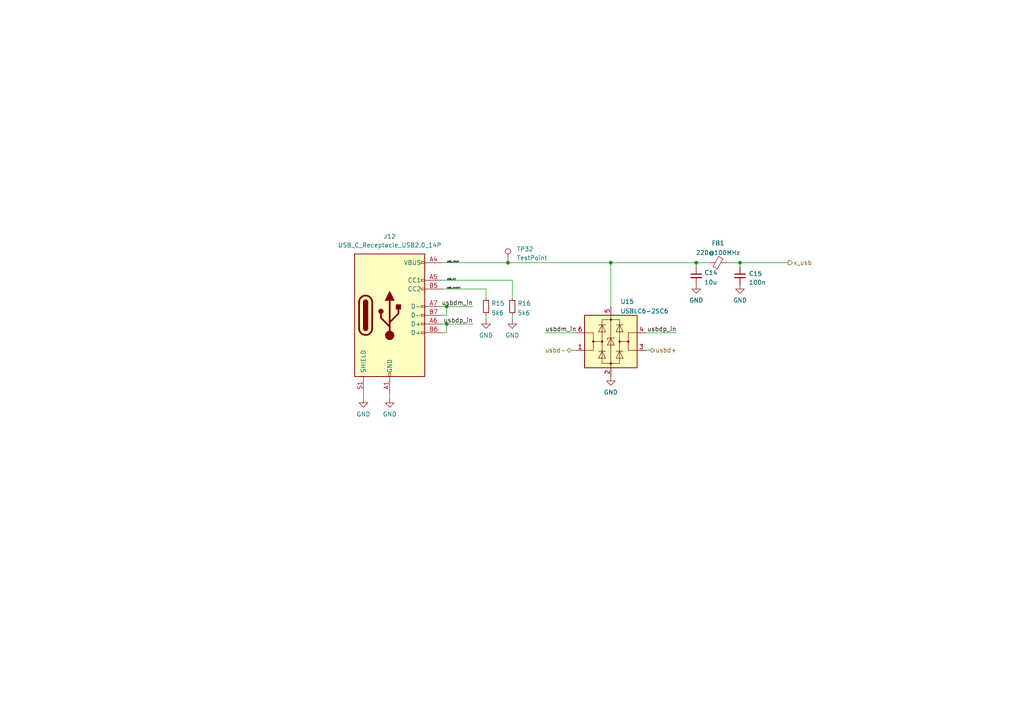
<source format=kicad_sch>
(kicad_sch (version 20231120) (generator "eeschema") (generator_version "8.0")
  (paper "A4")
  (title_block (title "TeleSTERN Rocketry Flight Computer") (date "2023-03-30") (rev "2.2") (company "Space Team Aachen - STAR Dresden - Hochschule Bremen") (comment 1 "Based on Telemega 5.0 by Altusmetrum") (comment 2 "TAPR Open Hardware License"))
  (lib_symbols
    (symbol "Connector:TestPoint" (pin_numbers hide) (pin_names (offset 0.762) hide)
      (property "Reference" "TP" (at 0 6.858 0))
      (property "Value" "TestPoint" (at 0 5.08 0))
      (symbol "TestPoint_0_1"
        (circle (center 0 3.302) (radius 0.762))
      )
      (symbol "TestPoint_1_1"
        (pin passive line (at 0 0 90) (length 2.54) (name "1") (number "1"))
      )
    )
    (symbol "Connector:USB_C_Receptacle_USB2.0_14P" (pin_names (offset 1.016))
      (property "Reference" "J" (at 0 22.225 0))
      (property "Value" "USB_C_Receptacle_USB2.0_14P" (at 0 19.685 0))
      (symbol "USB_C_Receptacle_USB2.0_14P_0_0"
        (rectangle (start -0.254 -17.78) (end 0.254 -16.764))
        (rectangle (start 10.16 -4.826) (end 9.144 -5.334))
        (rectangle (start 10.16 -2.286) (end 9.144 -2.794))
        (rectangle (start 10.16 0.254) (end 9.144 -0.254))
        (rectangle (start 10.16 2.794) (end 9.144 2.286))
        (rectangle (start 10.16 7.874) (end 9.144 7.366))
        (rectangle (start 10.16 10.414) (end 9.144 9.906))
        (rectangle (start 10.16 15.494) (end 9.144 14.986))
      )
      (symbol "USB_C_Receptacle_USB2.0_14P_0_1"
        (rectangle (start -10.16 17.78) (end 10.16 -17.78) (stroke (width 0.254)) (fill (type background)))
        (arc (start -8.89 -3.81) (mid -6.985 -5.7067) (end -5.08 -3.81) (stroke (width 0.508)))
        (arc (start -7.62 -3.81) (mid -6.985 -4.4423) (end -6.35 -3.81) (stroke (width 0.254)))
        (arc (start -7.62 -3.81) (mid -6.985 -4.4423) (end -6.35 -3.81) (stroke (width 0.254)) (fill (type outline)))
        (rectangle (start -7.62 -3.81) (end -6.35 3.81) (stroke (width 0.254)) (fill (type outline)))
        (arc (start -6.35 3.81) (mid -6.985 4.4423) (end -7.62 3.81) (stroke (width 0.254)))
        (arc (start -6.35 3.81) (mid -6.985 4.4423) (end -7.62 3.81) (stroke (width 0.254)) (fill (type outline)))
        (arc (start -5.08 3.81) (mid -6.985 5.7067) (end -8.89 3.81) (stroke (width 0.508)))
        (circle (center -2.54 1.143) (radius 0.635) (stroke (width 0.254)) (fill (type outline)))
        (circle (center 0 -5.842) (radius 1.27) (fill (type outline)))
        (polyline (pts (xy -8.89 -3.81) (xy -8.89 3.81)) (stroke (width 0.508)))
        (polyline (pts (xy -5.08 3.81) (xy -5.08 -3.81)) (stroke (width 0.508)))
        (polyline (pts (xy 0 -5.842) (xy 0 4.318)) (stroke (width 0.508)))
        (polyline (pts (xy 0 -3.302) (xy -2.54 -0.762) (xy -2.54 0.508)) (stroke (width 0.508)))
        (polyline (pts (xy 0 -2.032) (xy 2.54 0.508) (xy 2.54 1.778)) (stroke (width 0.508)))
        (polyline (pts (xy -1.27 4.318) (xy 0 6.858) (xy 1.27 4.318) (xy -1.27 4.318)) (stroke (width 0.254)) (fill (type outline)))
        (rectangle (start 1.905 1.778) (end 3.175 3.048) (stroke (width 0.254)) (fill (type outline)))
      )
      (symbol "USB_C_Receptacle_USB2.0_14P_1_1"
        (pin passive line (at 0 -22.86 90) (length 5.08) (name "GND") (number "A1"))
        (pin passive line (at 0 -22.86 90) (length 5.08) hide (name "GND") (number "A12"))
        (pin passive line (at 15.24 15.24 180) (length 5.08) (name "VBUS") (number "A4"))
        (pin bidirectional line (at 15.24 10.16 180) (length 5.08) (name "CC1") (number "A5"))
        (pin bidirectional line (at 15.24 -2.54 180) (length 5.08) (name "D+") (number "A6"))
        (pin bidirectional line (at 15.24 2.54 180) (length 5.08) (name "D-") (number "A7"))
        (pin passive line (at 15.24 15.24 180) (length 5.08) hide (name "VBUS") (number "A9"))
        (pin passive line (at 0 -22.86 90) (length 5.08) hide (name "GND") (number "B1"))
        (pin passive line (at 0 -22.86 90) (length 5.08) hide (name "GND") (number "B12"))
        (pin passive line (at 15.24 15.24 180) (length 5.08) hide (name "VBUS") (number "B4"))
        (pin bidirectional line (at 15.24 7.62 180) (length 5.08) (name "CC2") (number "B5"))
        (pin bidirectional line (at 15.24 -5.08 180) (length 5.08) (name "D+") (number "B6"))
        (pin bidirectional line (at 15.24 0 180) (length 5.08) (name "D-") (number "B7"))
        (pin passive line (at 15.24 15.24 180) (length 5.08) hide (name "VBUS") (number "B9"))
        (pin passive line (at -7.62 -22.86 90) (length 5.08) (name "SHIELD") (number "S1"))
      )
    )
    (symbol "Device:C_Small" (pin_numbers hide) (pin_names (offset 0.254) hide)
      (property "Reference" "C" (at 0.254 1.778 0))
      (property "Value" "C_Small" (at 0.254 -2.032 0))
      (symbol "C_Small_0_1"
        (polyline (pts (xy -1.524 -0.508) (xy 1.524 -0.508)) (stroke (width 0.3302)))
        (polyline (pts (xy -1.524 0.508) (xy 1.524 0.508)) (stroke (width 0.3048)))
      )
      (symbol "C_Small_1_1"
        (pin passive line (at 0 2.54 270) (length 2.032) (name "~") (number "1"))
        (pin passive line (at 0 -2.54 90) (length 2.032) (name "~") (number "2"))
      )
    )
    (symbol "Device:FerriteBead_Small" (pin_numbers hide) (pin_names (offset 0))
      (property "Reference" "FB" (at 1.905 1.27 0))
      (property "Value" "FerriteBead_Small" (at 1.905 -1.27 0))
      (symbol "FerriteBead_Small_0_1"
        (polyline (pts (xy 0 -1.27) (xy 0 -0.7874)))
        (polyline (pts (xy 0 0.889) (xy 0 1.2954)))
        (polyline (pts (xy -1.8288 0.2794) (xy -1.1176 1.4986) (xy 1.8288 -0.2032) (xy 1.1176 -1.4224) (xy -1.8288 0.2794)))
      )
      (symbol "FerriteBead_Small_1_1"
        (pin passive line (at 0 2.54 270) (length 1.27) (name "~") (number "1"))
        (pin passive line (at 0 -2.54 90) (length 1.27) (name "~") (number "2"))
      )
    )
    (symbol "Device:R_Small" (pin_numbers hide) (pin_names (offset 0.254) hide)
      (property "Reference" "R" (at 0.762 0.508 0))
      (property "Value" "R_Small" (at 0.762 -1.016 0))
      (symbol "R_Small_0_1"
        (rectangle (start -0.762 1.778) (end 0.762 -1.778) (stroke (width 0.2032)))
      )
      (symbol "R_Small_1_1"
        (pin passive line (at 0 2.54 270) (length 0.762) (name "~") (number "1"))
        (pin passive line (at 0 -2.54 90) (length 0.762) (name "~") (number "2"))
      )
    )
    (symbol "Power_Protection:USBLC6-2SC6" (pin_names hide)
      (property "Reference" "U" (at 2.54 8.89 0))
      (property "Value" "USBLC6-2SC6" (at 2.54 -8.89 0))
      (symbol "USBLC6-2SC6_0_1"
        (rectangle (start -7.62 -7.62) (end 7.62 7.62) (stroke (width 0.254)) (fill (type background)))
        (circle (center -5.08 0) (radius 0.254) (fill (type outline)))
        (circle (center -2.54 0) (radius 0.254) (fill (type outline)))
        (rectangle (start -2.54 6.35) (end 2.54 -6.35))
        (circle (center 0 -6.35) (radius 0.254) (fill (type outline)))
        (polyline (pts (xy -5.08 -2.54) (xy -7.62 -2.54)))
        (polyline (pts (xy -5.08 0) (xy -5.08 -2.54)))
        (polyline (pts (xy -5.08 2.54) (xy -7.62 2.54)))
        (polyline (pts (xy -1.524 -2.794) (xy -3.556 -2.794)))
        (polyline (pts (xy -1.524 4.826) (xy -3.556 4.826)))
        (polyline (pts (xy 0 -7.62) (xy 0 -6.35)))
        (polyline (pts (xy 0 -6.35) (xy 0 1.27)))
        (polyline (pts (xy 0 1.27) (xy 0 6.35)))
        (polyline (pts (xy 0 6.35) (xy 0 7.62)))
        (polyline (pts (xy 1.524 -2.794) (xy 3.556 -2.794)))
        (polyline (pts (xy 1.524 4.826) (xy 3.556 4.826)))
        (polyline (pts (xy 5.08 -2.54) (xy 7.62 -2.54)))
        (polyline (pts (xy 5.08 0) (xy 5.08 -2.54)))
        (polyline (pts (xy 5.08 2.54) (xy 7.62 2.54)))
        (polyline (pts (xy -2.54 0) (xy -5.08 0) (xy -5.08 2.54)))
        (polyline (pts (xy 2.54 0) (xy 5.08 0) (xy 5.08 2.54)))
        (polyline (pts (xy -3.556 -4.826) (xy -1.524 -4.826) (xy -2.54 -2.794) (xy -3.556 -4.826)))
        (polyline (pts (xy -3.556 2.794) (xy -1.524 2.794) (xy -2.54 4.826) (xy -3.556 2.794)))
        (polyline (pts (xy -1.016 -1.016) (xy 1.016 -1.016) (xy 0 1.016) (xy -1.016 -1.016)))
        (polyline (pts (xy 1.016 1.016) (xy 0.762 1.016) (xy -1.016 1.016) (xy -1.016 0.508)))
        (polyline (pts (xy 3.556 -4.826) (xy 1.524 -4.826) (xy 2.54 -2.794) (xy 3.556 -4.826)))
        (polyline (pts (xy 3.556 2.794) (xy 1.524 2.794) (xy 2.54 4.826) (xy 3.556 2.794)))
        (circle (center 0 6.35) (radius 0.254) (fill (type outline)))
        (circle (center 2.54 0) (radius 0.254) (fill (type outline)))
        (circle (center 5.08 0) (radius 0.254) (fill (type outline)))
      )
      (symbol "USBLC6-2SC6_1_1"
        (pin passive line (at -10.16 -2.54 0) (length 2.54) (name "I/O1") (number "1"))
        (pin passive line (at 0 -10.16 90) (length 2.54) (name "GND") (number "2"))
        (pin passive line (at 10.16 -2.54 180) (length 2.54) (name "I/O2") (number "3"))
        (pin passive line (at 10.16 2.54 180) (length 2.54) (name "I/O2") (number "4"))
        (pin passive line (at 0 10.16 270) (length 2.54) (name "VBUS") (number "5"))
        (pin passive line (at -10.16 2.54 0) (length 2.54) (name "I/O1") (number "6"))
      )
    )
    (symbol "power:GND" (power) (pin_names (offset 0))
      (property "Value" "GND" (at 0 -3.81 0))
      (symbol "GND_0_1"
        (polyline (pts (xy 0 0) (xy 0 -1.27) (xy 1.27 -1.27) (xy 0 -2.54) (xy -1.27 -1.27) (xy 0 -1.27)))
      )
      (symbol "GND_1_1"
        (pin power_in line (at 0 0 270) (length 0) hide (name "GND") (number "1"))
      )
    )
  )
  (junction (at 201.93 76.2))
  (junction (at 129.54 93.98))
  (junction (at 147.32 76.2))
  (junction (at 129.54 88.9))
  (junction (at 177.165 76.2))
  (junction (at 214.63 76.2))
  (wire (pts (xy 128.27 91.44) (xy 129.54 91.44)))
  (wire (pts (xy 140.97 83.82) (xy 140.97 86.36)))
  (wire (pts (xy 214.63 76.2) (xy 214.63 77.47)))
  (wire (pts (xy 129.54 96.52) (xy 129.54 93.98)))
  (wire (pts (xy 140.97 91.44) (xy 140.97 92.71)))
  (wire (pts (xy 129.54 91.44) (xy 129.54 88.9)))
  (wire (pts (xy 167.005 96.52) (xy 158.115 96.52)))
  (wire (pts (xy 148.59 81.28) (xy 148.59 86.36)))
  (wire (pts (xy 201.93 76.2) (xy 205.74 76.2)))
  (wire (pts (xy 177.165 76.2) (xy 201.93 76.2)))
  (wire (pts (xy 128.27 96.52) (xy 129.54 96.52)))
  (wire (pts (xy 129.54 93.98) (xy 137.16 93.98)))
  (wire (pts (xy 147.32 76.2) (xy 177.165 76.2)))
  (wire (pts (xy 177.165 76.2) (xy 177.165 88.9)))
  (wire (pts (xy 201.93 76.2) (xy 201.93 77.47)))
  (wire (pts (xy 148.59 91.44) (xy 148.59 92.71)))
  (wire (pts (xy 129.54 88.9) (xy 137.16 88.9)))
  (wire (pts (xy 128.27 88.9) (xy 129.54 88.9)))
  (wire (pts (xy 165.735 101.6) (xy 167.005 101.6)))
  (wire (pts (xy 113.03 114.3) (xy 113.03 115.57)))
  (wire (pts (xy 128.27 93.98) (xy 129.54 93.98)))
  (wire (pts (xy 105.41 114.3) (xy 105.41 115.57)))
  (wire (pts (xy 188.595 101.6) (xy 187.325 101.6)))
  (wire (pts (xy 210.82 76.2) (xy 214.63 76.2)))
  (wire (pts (xy 187.325 96.52) (xy 196.215 96.52)))
  (wire (pts (xy 128.27 81.28) (xy 148.59 81.28)))
  (wire (pts (xy 214.63 76.2) (xy 228.6 76.2)))
  (wire (pts (xy 128.27 76.2) (xy 147.32 76.2)))
  (wire (pts (xy 128.27 83.82) (xy 140.97 83.82)))
  (label "usbdp_in" (at 137.16 93.98 180))
  (label "usb_cc" (at 129.54 81.28 0) (effects (font (size 0.508 0.508))))
  (label "usbdm_in" (at 158.115 96.52 0))
  (label "usb_vconn" (at 129.54 83.82 0) (effects (font (size 0.508 0.508))))
  (label "usbdp_in" (at 196.215 96.52 180))
  (label "usb_vbus" (at 129.54 76.2 0) (effects (font (size 0.508 0.508))))
  (label "usbdm_in" (at 137.16 88.9 180))
  (hierarchical_label "v_usb" (shape output) (at 228.6 76.2 0))
  (hierarchical_label "usbd-" (shape bidirectional) (at 165.735 101.6 180))
  (hierarchical_label "usbd+" (shape bidirectional) (at 188.595 101.6 0))
  (symbol (lib_id "power:GND") (at 201.93 82.55 0) (unit 1)
    (property "Reference" "#PWR028" (effects (hide yes)))
    (property "Value" "GND" (at 201.93 87.1125 0))
  )
  (symbol (lib_id "Device:R_Small") (at 140.97 88.9 0) (unit 1) (in_bom no)
    (property "Reference" "R15" (at 142.4686 87.9915 0) (effects (justify left)))
    (property "Value" "5k6" (at 142.4686 90.7666 0) (effects (justify left)))
    (property "Footprint" "lib-telestern:R_0402_1005Metric" (effects (hide yes)))
    (property "MPN" "ERJ-2RKF5601X" (effects (hide yes)))
  )
  (symbol (lib_id "Device:C_Small") (at 214.63 80.01 0) (unit 1) (in_bom no)
    (property "Reference" "C15" (at 217.17 79.3813 0) (effects (justify left)))
    (property "Value" "100n" (at 217.17 81.9213 0) (effects (justify left)))
    (property "Footprint" "lib-telestern:C_0402_1005Metric" (effects (hide yes)))
    (property "MPN" "C1005X5R1E104K050BC" (effects (hide yes)))
  )
  (symbol (lib_id "power:GND") (at 113.03 115.57 0) (unit 1)
    (property "Reference" "#PWR025" (effects (hide yes)))
    (property "Value" "GND" (at 113.03 120.1325 0))
  )
  (symbol (lib_id "Power_Protection:USBLC6-2SC6") (at 177.165 99.06 0) (unit 1)
    (property "Reference" "U15" (at 179.9337 87.4735 0) (effects (justify left)))
    (property "Value" "USBLC6-2SC6" (at 179.9337 90.2486 0) (effects (justify left)))
    (property "Footprint" "lib-telestern:SOT-23-6" (effects (hide yes)))
    (property "Datasheet" "https://www.st.com/resource/en/datasheet/usblc6-2.pdf" (effects (hide yes)))
    (property "MPN" "USBLC6-2SC6" (effects (hide yes)))
  )
  (symbol (lib_id "power:GND") (at 148.59 92.71 0) (unit 1)
    (property "Reference" "#PWR027" (effects (hide yes)))
    (property "Value" "GND" (at 148.59 97.2725 0))
  )
  (symbol (lib_id "Connector:USB_C_Receptacle_USB2.0_14P") (at 113.03 91.44 0) (unit 1)
    (property "Reference" "J12" (at 113.03 68.58 0))
    (property "Value" "USB_C_Receptacle_USB2.0_14P" (at 113.03 71.12 0))
    (property "Footprint" "lib-telestern:USB_C_Receptacle_JAE_DX07S016JA1R1500" (effects (hide yes)))
    (property "Datasheet" "https://www.usb.org/sites/default/files/documents/usb_type-c.zip" (effects (hide yes)))
    (property "Description" "USB 2.0-only 14P Type-C Receptacle connector" (effects (hide yes)))
  )
  (symbol (lib_id "power:GND") (at 214.63 82.55 0) (unit 1)
    (property "Reference" "#PWR029" (effects (hide yes)))
    (property "Value" "GND" (at 214.63 87.1125 0))
  )
  (symbol (lib_id "Device:C_Small") (at 201.93 80.01 0) (unit 1) (in_bom no)
    (property "Reference" "C14" (at 204.2541 79.1078 0) (effects (justify left)))
    (property "Value" "10u" (at 204.2541 81.8829 0) (effects (justify left)))
    (property "Footprint" "lib-telestern:C_0402_1005Metric" (effects (hide yes)))
    (property "MPN" "04026D106MAT2A" (effects (hide yes)))
  )
  (symbol (lib_id "Device:FerriteBead_Small") (at 208.28 76.2 90) (unit 1)
    (property "Reference" "FB1" (at 208.2419 70.5317 90))
    (property "Value" "220@100MHz" (at 208.2419 73.3068 90))
    (property "Footprint" "lib-telestern:L_0402_1005Metric" (effects (hide yes)))
    (property "MPN" "LI0402C221R-10" (effects (hide yes)))
  )
  (symbol (lib_id "power:GND") (at 105.41 115.57 0) (unit 1)
    (property "Reference" "#PWR024" (effects (hide yes)))
    (property "Value" "GND" (at 105.41 120.1325 0))
  )
  (symbol (lib_id "Device:R_Small") (at 148.59 88.9 0) (unit 1) (in_bom no)
    (property "Reference" "R16" (at 150.0886 87.9915 0) (effects (justify left)))
    (property "Value" "5k6" (at 150.0886 90.7666 0) (effects (justify left)))
    (property "Footprint" "lib-telestern:R_0402_1005Metric" (effects (hide yes)))
    (property "MPN" "ERJ-2RKF5601X" (effects (hide yes)))
  )
  (symbol (lib_id "power:GND") (at 140.97 92.71 0) (unit 1)
    (property "Reference" "#PWR026" (effects (hide yes)))
    (property "Value" "GND" (at 140.97 97.2725 0))
  )
  (symbol (lib_id "power:GND") (at 177.165 109.22 0) (unit 1)
    (property "Reference" "#PWR031" (effects (hide yes)))
    (property "Value" "GND" (at 177.165 113.7825 0))
  )
  (symbol (lib_id "Connector:TestPoint") (at 147.32 76.2 0) (unit 1)
    (property "Reference" "TP32" (at 149.86 72.263 0) (effects (justify left)))
    (property "Value" "TestPoint" (at 149.86 74.803 0) (effects (justify left)))
    (property "Footprint" "TestPoint:TestPoint_Pad_1.0x1.0mm" (effects (hide yes)))
  )
)
</source>
